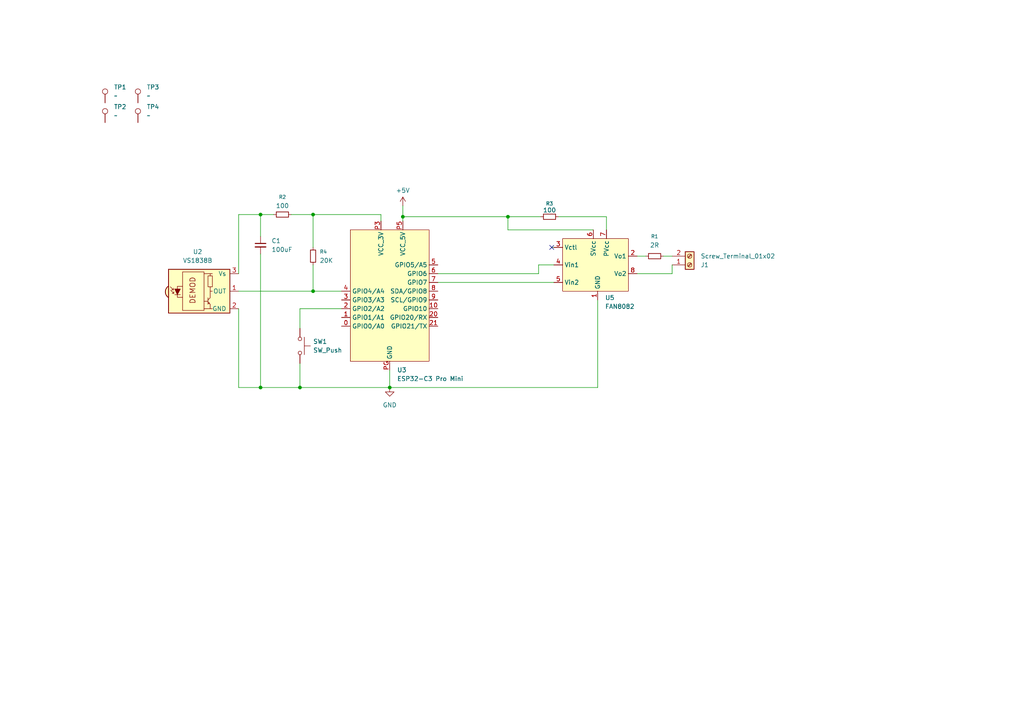
<source format=kicad_sch>
(kicad_sch (version 20250114) (generator "eeschema") (generator_version "9.0")
  (paper "A4")
  (lib_symbols
    (symbol "Connector:Screw_Terminal_01x02" (pin_names (offset 1.016) (hide yes))
      (property "Reference" "J" (at 0 2.54 0))
      (property "Value" "Screw_Terminal_01x02" (at 0 -5.08 0))
      (symbol "Screw_Terminal_01x02_1_1"
        (rectangle (start -1.27 1.27) (end 1.27 -3.81) (stroke (width 0.254)) (fill (type background)))
        (polyline (pts (xy -0.5334 0.3302) (xy 0.3302 -0.508)) (stroke (width 0.1524)))
        (polyline (pts (xy -0.5334 -2.2098) (xy 0.3302 -3.048)) (stroke (width 0.1524)))
        (polyline (pts (xy -0.3556 0.508) (xy 0.508 -0.3302)) (stroke (width 0.1524)))
        (polyline (pts (xy -0.3556 -2.032) (xy 0.508 -2.8702)) (stroke (width 0.1524)))
        (circle (center 0 0) (radius 0.635) (stroke (width 0.1524)))
        (circle (center 0 -2.54) (radius 0.635) (stroke (width 0.1524)))
        (pin passive line (at -5.08 0 0) (length 3.81) (name "Pin_1") (number "1"))
        (pin passive line (at -5.08 -2.54 0) (length 3.81) (name "Pin_2") (number "2"))
      )
    )
    (symbol "Connector:TestPoint" (pin_numbers (hide yes)) (pin_names (offset 0.762) (hide yes))
      (property "Reference" "TP" (at 0 6.858 0))
      (property "Value" "TestPoint" (at 0 5.08 0))
      (symbol "TestPoint_0_1"
        (circle (center 0 3.302) (radius 0.762))
      )
      (symbol "TestPoint_1_1"
        (pin passive line (at 0 0 90) (length 2.54) (name "1") (number "1"))
      )
    )
    (symbol "Device:C_Small" (pin_numbers (hide yes)) (pin_names (offset 0.254) (hide yes))
      (property "Reference" "C" (at 0.254 1.778 0))
      (property "Value" "C_Small" (at 0.254 -2.032 0))
      (symbol "C_Small_0_1"
        (polyline (pts (xy -1.524 0.508) (xy 1.524 0.508)) (stroke (width 0.3048)))
        (polyline (pts (xy -1.524 -0.508) (xy 1.524 -0.508)) (stroke (width 0.3302)))
      )
      (symbol "C_Small_1_1"
        (pin passive line (at 0 2.54 270) (length 2.032) (name "~") (number "1"))
        (pin passive line (at 0 -2.54 90) (length 2.032) (name "~") (number "2"))
      )
    )
    (symbol "Device:R_Small" (pin_numbers (hide yes)) (pin_names (offset 0.254) (hide yes))
      (property "Reference" "R" (at 0 0 90))
      (property "Value" "R_Small" (at 1.778 0 90))
      (symbol "R_Small_0_1"
        (rectangle (start -0.762 1.778) (end 0.762 -1.778) (stroke (width 0.2032)))
      )
      (symbol "R_Small_1_1"
        (pin passive line (at 0 2.54 270) (length 0.762) (name "~") (number "1"))
        (pin passive line (at 0 -2.54 90) (length 0.762) (name "~") (number "2"))
      )
    )
    (symbol "Driver_motor_local:FAN8082"
      (property "Reference" "U" (at -12.7 -2.54 0))
      (property "Value" "FAN8082" (at -12.7 -5.08 0))
      (symbol "FAN8082_0_0"
        (pin input line (at -12.7 -10.16 0) (length 2.54) (name "Vctl") (number "3"))
        (pin input line (at -12.7 -15.24 0) (length 2.54) (name "Vin1") (number "4"))
        (pin input line (at -12.7 -20.32 0) (length 2.54) (name "Vin2") (number "5"))
        (pin power_in line (at -1.27 -5.08 270) (length 2.54) (name "SVcc") (number "6"))
        (pin power_in line (at 0 -25.4 90) (length 2.54) (name "GND") (number "1"))
        (pin power_in line (at 2.54 -5.08 270) (length 2.54) (name "PVcc") (number "7"))
        (pin output line (at 11.43 -12.7 180) (length 2.54) (name "Vo1") (number "2"))
        (pin output line (at 11.43 -17.78 180) (length 2.54) (name "Vo2") (number "8"))
      )
      (symbol "FAN8082_0_1"
        (rectangle (start -10.16 -7.62) (end 8.89 -22.86) (fill (type background)))
      )
    )
    (symbol "Interface_Optical:TSOP41xx" (pin_names (offset 1.016))
      (property "Reference" "U" (at -10.16 7.62 0))
      (property "Value" "TSOP41xx" (at -10.16 -7.62 0))
      (symbol "TSOP41xx_0_0"
        (arc (start -10.287 -1.778) (mid -11.0899 -0.1905) (end -10.287 1.397) (stroke (width 0.254)) (fill (type background)))
        (polyline (pts (xy 1.905 5.08) (xy 0.127 5.08)))
        (polyline (pts (xy 1.905 -5.08) (xy 0.127 -5.08)))
        (text "DEMOD" (at -3.175 0.254 900) (effects (font (size 1.524 1.524))))
      )
      (symbol "TSOP41xx_0_1"
        (polyline (pts (xy -8.763 0.381) (xy -9.652 1.27)))
        (polyline (pts (xy -8.763 0.381) (xy -9.271 0.381)))
        (polyline (pts (xy -8.763 0.381) (xy -8.763 0.889)))
        (polyline (pts (xy -8.636 -0.635) (xy -9.525 0.254)))
        (polyline (pts (xy -8.636 -0.635) (xy -9.144 -0.635)))
        (polyline (pts (xy -8.636 -0.635) (xy -8.636 -0.127)))
        (polyline (pts (xy -8.382 0.635) (xy -6.731 0.635) (xy -7.62 -1.016) (xy -8.382 0.635)) (fill (type outline)))
        (polyline (pts (xy -8.382 -1.016) (xy -6.731 -1.016)))
        (rectangle (start -6.096 5.588) (end 0.127 -5.588))
        (polyline (pts (xy -6.096 1.397) (xy -7.62 1.397) (xy -7.62 -1.778) (xy -6.096 -1.778)))
        (polyline (pts (xy 1.27 -1.905) (xy 1.27 -3.81)))
        (polyline (pts (xy 1.27 -2.54) (xy 1.905 -1.905) (xy 1.905 0) (xy 2.54 0)))
        (polyline (pts (xy 1.27 -2.921) (xy 0.127 -2.921)))
        (polyline (pts (xy 1.27 -3.175) (xy 1.905 -3.81) (xy 1.905 -5.08) (xy 2.54 -5.08)))
        (polyline (pts (xy 1.397 -3.556) (xy 1.524 -3.556)))
        (polyline (pts (xy 1.651 -3.556) (xy 1.524 -3.556)))
        (polyline (pts (xy 1.651 -3.556) (xy 1.651 -3.302)))
        (polyline (pts (xy 1.905 4.445) (xy 1.905 5.08) (xy 2.54 5.08)))
        (polyline (pts (xy 1.905 0) (xy 1.905 1.27)))
        (rectangle (start 2.54 1.27) (end 1.27 4.445))
        (rectangle (start 7.62 6.35) (end -10.16 -6.35) (stroke (width 0.254)) (fill (type background)))
      )
      (symbol "TSOP41xx_1_1"
        (pin power_in line (at 10.16 5.08 180) (length 2.54) (name "Vs") (number "3"))
        (pin output line (at 10.16 0 180) (length 2.54) (name "OUT") (number "1"))
        (pin power_in line (at 10.16 -5.08 180) (length 2.54) (name "GND") (number "2"))
      )
    )
    (symbol "MCU_Module_local:ESP32_C3_Pro_Mini"
      (property "Reference" "U" (at 7.366 22.606 0))
      (property "Value" "ESP32-C3 Pro Mini" (at 0 -13.716 0))
      (symbol "ESP32_C3_Pro_Mini_1_0"
        (pin unspecified line (at -13.97 0 0) (length 2.54) (name "GPIO4/A4") (number "4"))
        (pin unspecified line (at -13.97 -2.54 0) (length 2.54) (name "GPIO3/A3") (number "3"))
        (pin unspecified line (at -13.97 -5.08 0) (length 2.54) (name "GPIO2/A2") (number "2"))
        (pin unspecified line (at -13.97 -7.62 0) (length 2.54) (name "GPIO1/A1") (number "1"))
        (pin unspecified line (at -13.97 -10.16 0) (length 2.54) (name "GPIO0/A0") (number "0"))
        (pin power_in line (at -2.54 20.32 270) (length 2.54) (name "VCC_3V") (number "P3"))
        (pin unspecified line (at 0 -22.86 90) (length 2.54) (name "GND") (number "PG"))
        (pin unspecified line (at 3.81 20.32 270) (length 2.54) (name "VCC_5V") (number "P5"))
        (pin unspecified line (at 13.97 7.62 180) (length 2.54) (name "GPIO5/A5") (number "5"))
        (pin unspecified line (at 13.97 5.08 180) (length 2.54) (name "GPIO6") (number "6"))
        (pin unspecified line (at 13.97 2.54 180) (length 2.54) (name "GPIO7") (number "7"))
        (pin unspecified line (at 13.97 0 180) (length 2.54) (name "SDA/GPIO8") (number "8"))
        (pin unspecified line (at 13.97 -2.54 180) (length 2.54) (name "SCL/GPIO9") (number "9"))
        (pin unspecified line (at 13.97 -5.08 180) (length 2.54) (name "GPIO10") (number "10"))
        (pin unspecified line (at 13.97 -7.62 180) (length 2.54) (name "GPIO20/RX") (number "20"))
        (pin unspecified line (at 13.97 -10.16 180) (length 2.54) (name "GPIO21/TX") (number "21"))
      )
      (symbol "ESP32_C3_Pro_Mini_1_1"
        (rectangle (start -11.43 17.78) (end 11.43 -20.32) (fill (type background)))
      )
    )
    (symbol "Switch:SW_Push" (pin_numbers (hide yes)) (pin_names (offset 1.016) (hide yes))
      (property "Reference" "SW" (at 1.27 2.54 0))
      (property "Value" "SW_Push" (at 0 -1.524 0))
      (symbol "SW_Push_0_1"
        (circle (center -2.032 0) (radius 0.508))
        (polyline (pts (xy 0 1.27) (xy 0 3.048)))
        (circle (center 2.032 0) (radius 0.508))
        (polyline (pts (xy 2.54 1.27) (xy -2.54 1.27)))
        (pin passive line (at -5.08 0 0) (length 2.54) (name "1") (number "1"))
        (pin passive line (at 5.08 0 180) (length 2.54) (name "2") (number "2"))
      )
    )
    (symbol "power:+5V" (power) (pin_numbers (hide yes)) (pin_names (offset 0) (hide yes))
      (property "Value" "+5V" (at 0 3.556 0))
      (symbol "+5V_0_1"
        (polyline (pts (xy -0.762 1.27) (xy 0 2.54)))
        (polyline (pts (xy 0 2.54) (xy 0.762 1.27)))
        (polyline (pts (xy 0 0) (xy 0 2.54)))
      )
      (symbol "+5V_1_1"
        (pin power_in line (at 0 0 90) (length 0) (name "~") (number "1"))
      )
    )
    (symbol "power:GND" (power) (pin_numbers (hide yes)) (pin_names (offset 0) (hide yes))
      (property "Value" "GND" (at 0 -3.81 0))
      (symbol "GND_0_1"
        (polyline (pts (xy 0 0) (xy 0 -1.27) (xy 1.27 -1.27) (xy 0 -2.54) (xy -1.27 -1.27) (xy 0 -1.27)))
      )
      (symbol "GND_1_1"
        (pin power_in line (at 0 0 270) (length 0) (name "~") (number "1"))
      )
    )
  )
  (junction (at 90.805 84.455))
  (junction (at 75.565 62.23))
  (junction (at 113.03 112.395))
  (junction (at 90.805 62.23))
  (junction (at 116.84 62.865))
  (junction (at 147.32 62.865))
  (junction (at 86.995 112.395))
  (junction (at 75.565 112.395))
  (no_connect (at 160.02 71.755))
  (wire (pts (xy 113.03 107.315) (xy 113.03 112.395)))
  (wire (pts (xy 161.925 62.865) (xy 175.895 62.865)))
  (wire (pts (xy 127 81.915) (xy 160.655 81.915)))
  (wire (pts (xy 175.895 62.865) (xy 175.895 66.675)))
  (wire (pts (xy 90.805 62.23) (xy 110.49 62.23)))
  (wire (pts (xy 147.32 66.675) (xy 147.32 62.865)))
  (wire (pts (xy 156.21 79.375) (xy 156.21 76.835)))
  (wire (pts (xy 90.805 76.835) (xy 90.805 84.455)))
  (wire (pts (xy 86.995 105.41) (xy 86.995 112.395)))
  (wire (pts (xy 86.995 112.395) (xy 113.03 112.395)))
  (wire (pts (xy 147.32 66.675) (xy 172.085 66.675)))
  (wire (pts (xy 75.565 62.23) (xy 79.375 62.23)))
  (wire (pts (xy 86.995 89.535) (xy 86.995 95.25)))
  (wire (pts (xy 69.215 62.23) (xy 75.565 62.23)))
  (wire (pts (xy 75.565 112.395) (xy 86.995 112.395)))
  (wire (pts (xy 69.215 89.535) (xy 69.215 112.395)))
  (wire (pts (xy 90.805 84.455) (xy 99.06 84.455)))
  (wire (pts (xy 192.405 74.295) (xy 194.945 74.295)))
  (wire (pts (xy 173.355 112.395) (xy 173.355 86.995)))
  (wire (pts (xy 110.49 64.135) (xy 110.49 62.23)))
  (wire (pts (xy 90.805 71.755) (xy 90.805 62.23)))
  (wire (pts (xy 113.03 112.395) (xy 173.355 112.395)))
  (wire (pts (xy 156.21 76.835) (xy 160.655 76.835)))
  (wire (pts (xy 147.32 62.865) (xy 156.845 62.865)))
  (wire (pts (xy 69.215 112.395) (xy 75.565 112.395)))
  (wire (pts (xy 160.02 71.755) (xy 160.655 71.755)))
  (wire (pts (xy 127 79.375) (xy 156.21 79.375)))
  (wire (pts (xy 184.785 79.375) (xy 194.945 79.375)))
  (wire (pts (xy 69.215 84.455) (xy 90.805 84.455)))
  (wire (pts (xy 69.215 62.23) (xy 69.215 79.375)))
  (wire (pts (xy 116.84 62.865) (xy 147.32 62.865)))
  (wire (pts (xy 75.565 62.23) (xy 75.565 68.58)))
  (wire (pts (xy 184.785 74.295) (xy 187.325 74.295)))
  (wire (pts (xy 84.455 62.23) (xy 90.805 62.23)))
  (wire (pts (xy 194.945 76.835) (xy 194.945 79.375)))
  (wire (pts (xy 116.84 62.865) (xy 116.84 64.135)))
  (wire (pts (xy 86.995 89.535) (xy 99.06 89.535)))
  (wire (pts (xy 116.84 59.69) (xy 116.84 62.865)))
  (wire (pts (xy 75.565 73.66) (xy 75.565 112.395)))
  (symbol (lib_id "power:+5V") (at 116.84 59.69 0) (unit 1)
    (property "Reference" "#PWR01" (effects (hide yes)))
    (property "Value" "+5V" (at 116.84 55.245 0))
    (property "Description" "Power symbol creates a global label with name \"+5V\"" (effects (hide yes)))
  )
  (symbol (lib_id "Device:C_Small") (at 75.565 71.12 0) (unit 1)
    (property "Reference" "C1" (at 78.74 69.8562 0) (effects (justify left)))
    (property "Value" "100uF" (at 78.74 72.3962 0) (effects (justify left)))
    (property "Footprint" "Capacitor_SMD:C_1206_3216Metric_Pad1.33x1.80mm_HandSolder" (effects (hide yes)))
    (property "Description" "Unpolarized capacitor, small symbol" (effects (hide yes)))
  )
  (symbol (lib_id "Device:R_Small") (at 81.915 62.23 270) (unit 1)
    (property "Reference" "R2" (at 81.915 57.15 90) (effects (font (size 1.016 1.016))))
    (property "Value" "100" (at 81.915 59.69 90))
    (property "Footprint" "Resistor_SMD:R_0805_2012Metric_Pad1.20x1.40mm_HandSolder" (effects (hide yes)))
    (property "Description" "Resistor, small symbol" (effects (hide yes)))
  )
  (symbol (lib_id "Device:R_Small") (at 90.805 74.295 180) (unit 1)
    (property "Reference" "R4" (at 92.71 73.0249 0) (effects (font (size 1.016 1.016)) (justify right)))
    (property "Value" "20K" (at 92.71 75.5649 0) (effects (justify right)))
    (property "Footprint" "Resistor_SMD:R_0805_2012Metric_Pad1.20x1.40mm_HandSolder" (effects (hide yes)))
    (property "Description" "Resistor, small symbol" (effects (hide yes)))
  )
  (symbol (lib_id "Connector:TestPoint") (at 30.48 29.845 0) (unit 1)
    (property "Reference" "TP1" (at 33.02 25.2729 0) (effects (justify left)))
    (property "Value" "~" (at 33.02 27.8129 0) (effects (justify left)))
    (property "Footprint" "MountingHole:MountingHole_2.1mm" (effects (hide yes)))
    (property "Description" "test point" (effects (hide yes)))
  )
  (symbol (lib_id "Connector:Screw_Terminal_01x02") (at 200.025 76.835 0) (mirror x) (unit 1)
    (property "Reference" "J1" (at 203.2 76.8351 0) (effects (justify left)))
    (property "Value" "Screw_Terminal_01x02" (at 203.2 74.2951 0) (effects (justify left)))
    (property "Footprint" "TerminalBlock_Phoenix:TerminalBlock_Phoenix_MKDS-1,5-2_1x02_P5.00mm_Horizontal" (effects (hide yes)))
    (property "Description" "Generic screw terminal, single row, 01x02, script generated (kicad-library-utils/schlib/autogen/connector/)" (effects (hide yes)))
  )
  (symbol (lib_id "Device:R_Small") (at 159.385 62.865 270) (unit 1)
    (property "Reference" "R3" (at 159.385 59.055 90) (effects (font (size 1.016 1.016))))
    (property "Value" "100" (at 159.385 60.96 90))
    (property "Footprint" "Resistor_SMD:R_1210_3225Metric_Pad1.30x2.65mm_HandSolder" (effects (hide yes)))
    (property "Description" "Resistor, small symbol" (effects (hide yes)))
  )
  (symbol (lib_id "Connector:TestPoint") (at 40.005 35.56 0) (unit 1)
    (property "Reference" "TP4" (at 42.545 30.9879 0) (effects (justify left)))
    (property "Value" "~" (at 42.545 33.5279 0) (effects (justify left)))
    (property "Footprint" "MountingHole:MountingHole_2.1mm" (effects (hide yes)))
    (property "Description" "test point" (effects (hide yes)))
  )
  (symbol (lib_id "power:GND") (at 113.03 112.395 0) (unit 1)
    (property "Reference" "#PWR02" (effects (hide yes)))
    (property "Value" "GND" (at 113.03 117.475 0))
    (property "Description" "Power symbol creates a global label with name \"GND\" , ground" (effects (hide yes)))
  )
  (symbol (lib_id "Interface_Optical:TSOP41xx") (at 59.055 84.455 0) (unit 1)
    (property "Reference" "U2" (at 57.32 73.025 0))
    (property "Value" "VS1838B" (at 57.32 75.565 0))
    (property "Footprint" "OptoDevice:Vishay_MOLD-3Pin" (effects (hide yes)))
    (property "Datasheet" "http://www.vishay.com/docs/82460/tsop45.pdf" (effects (hide yes)))
    (property "Description" "IR Receiver Modules for Remote Control Systems" (effects (hide yes)))
  )
  (symbol (lib_id "MCU_Module_local:ESP32_C3_Pro_Mini") (at 113.03 84.455 0) (unit 1)
    (property "Reference" "U3" (at 115.1733 107.315 0) (effects (justify left)))
    (property "Value" "ESP32-C3 Pro Mini" (at 115.1733 109.855 0) (effects (justify left)))
    (property "Footprint" "WIFI_Module:ESP32-C3_Pro_mini_pin" (effects (hide yes)))
  )
  (symbol (lib_id "Device:R_Small") (at 189.865 74.295 270) (unit 1)
    (property "Reference" "R1" (at 189.865 68.58 90) (effects (font (size 1.016 1.016))))
    (property "Value" "2R" (at 189.865 71.12 90))
    (property "Footprint" "Resistor_SMD:R_1210_3225Metric" (effects (hide yes)))
    (property "Description" "Resistor, small symbol" (effects (hide yes)))
  )
  (symbol (lib_id "Connector:TestPoint") (at 30.48 35.56 0) (unit 1)
    (property "Reference" "TP2" (at 33.02 30.9879 0) (effects (justify left)))
    (property "Value" "~" (at 33.02 33.5279 0) (effects (justify left)))
    (property "Footprint" "MountingHole:MountingHole_2.1mm" (effects (hide yes)))
    (property "Description" "test point" (effects (hide yes)))
  )
  (symbol (lib_id "Connector:TestPoint") (at 40.005 29.845 0) (unit 1)
    (property "Reference" "TP3" (at 42.545 25.2729 0) (effects (justify left)))
    (property "Value" "~" (at 42.545 27.8129 0) (effects (justify left)))
    (property "Footprint" "MountingHole:MountingHole_2.1mm" (effects (hide yes)))
    (property "Description" "test point" (effects (hide yes)))
  )
  (symbol (lib_id "Switch:SW_Push") (at 86.995 100.33 270) (unit 1)
    (property "Reference" "SW1" (at 90.805 99.0599 90) (effects (justify left)))
    (property "Value" "SW_Push" (at 90.805 101.5999 90) (effects (justify left)))
    (property "Footprint" "Button_Switch_SMD:SW_SPST_TL3305A" (effects (hide yes)))
    (property "Description" "Push button switch, generic, two pins" (effects (hide yes)))
  )
  (symbol (lib_id "Driver_motor_local:FAN8082") (at 173.355 61.595 0) (unit 1)
    (property "Reference" "U5" (at 175.4983 86.36 0) (effects (justify left)))
    (property "Value" "FAN8082" (at 175.4983 88.9 0) (effects (justify left)))
    (property "Footprint" "Package_DIP:DIP-8_W10.16mm" (effects (hide yes)))
    (property "Datasheet" "http://dalincom.ru/datasheet/FAN8082.pdf" (effects (hide yes)))
  )
)
</source>
